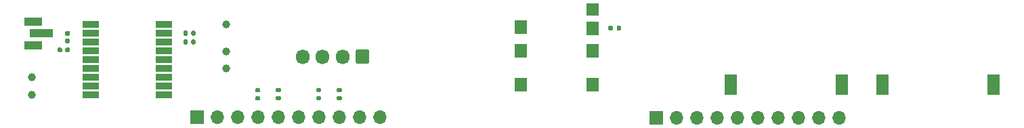
<source format=gbr>
%TF.GenerationSoftware,KiCad,Pcbnew,(5.1.6)-1*%
%TF.CreationDate,2020-11-03T20:55:32+09:00*%
%TF.ProjectId,FlightComputer-Extra,466c6967-6874-4436-9f6d-70757465722d,rev?*%
%TF.SameCoordinates,Original*%
%TF.FileFunction,Soldermask,Top*%
%TF.FilePolarity,Negative*%
%FSLAX46Y46*%
G04 Gerber Fmt 4.6, Leading zero omitted, Abs format (unit mm)*
G04 Created by KiCad (PCBNEW (5.1.6)-1) date 2020-11-03 20:55:32*
%MOMM*%
%LPD*%
G01*
G04 APERTURE LIST*
%ADD10O,1.700000X1.850000*%
%ADD11R,2.200000X1.000000*%
%ADD12R,3.000000X1.000000*%
%ADD13R,1.650000X1.800000*%
%ADD14R,1.650000X1.600000*%
%ADD15R,1.600000X2.500000*%
%ADD16R,2.000000X0.900000*%
%ADD17C,1.000000*%
%ADD18O,1.700000X1.700000*%
%ADD19R,1.700000X1.700000*%
G04 APERTURE END LIST*
D10*
%TO.C,J5*%
X113000000Y-88800000D03*
X115500000Y-88800000D03*
X118000000Y-88800000D03*
G36*
G01*
X121350000Y-88125000D02*
X121350000Y-89475000D01*
G75*
G02*
X121100000Y-89725000I-250000J0D01*
G01*
X119900000Y-89725000D01*
G75*
G02*
X119650000Y-89475000I0J250000D01*
G01*
X119650000Y-88125000D01*
G75*
G02*
X119900000Y-87875000I250000J0D01*
G01*
X121100000Y-87875000D01*
G75*
G02*
X121350000Y-88125000I0J-250000D01*
G01*
G37*
%TD*%
D11*
%TO.C,J4*%
X79330000Y-87410000D03*
X79330000Y-84410000D03*
D12*
X80330000Y-85910000D03*
%TD*%
D13*
%TO.C,J1*%
X140300000Y-92300000D03*
X140300000Y-88100000D03*
X140300000Y-85100000D03*
X149300000Y-92300000D03*
X149300000Y-88100000D03*
X149300000Y-85250000D03*
D14*
X149300000Y-82900000D03*
%TD*%
D15*
%TO.C,LS2*%
X199400000Y-92350000D03*
X185500000Y-92350000D03*
%TD*%
%TO.C,LS1*%
X180425000Y-92350000D03*
X166525000Y-92350000D03*
%TD*%
%TO.C,C3*%
G36*
G01*
X98670000Y-85720000D02*
X98670000Y-86060000D01*
G75*
G02*
X98530000Y-86200000I-140000J0D01*
G01*
X98250000Y-86200000D01*
G75*
G02*
X98110000Y-86060000I0J140000D01*
G01*
X98110000Y-85720000D01*
G75*
G02*
X98250000Y-85580000I140000J0D01*
G01*
X98530000Y-85580000D01*
G75*
G02*
X98670000Y-85720000I0J-140000D01*
G01*
G37*
G36*
G01*
X99630000Y-85720000D02*
X99630000Y-86060000D01*
G75*
G02*
X99490000Y-86200000I-140000J0D01*
G01*
X99210000Y-86200000D01*
G75*
G02*
X99070000Y-86060000I0J140000D01*
G01*
X99070000Y-85720000D01*
G75*
G02*
X99210000Y-85580000I140000J0D01*
G01*
X99490000Y-85580000D01*
G75*
G02*
X99630000Y-85720000I0J-140000D01*
G01*
G37*
%TD*%
D16*
%TO.C,U1*%
X95700000Y-84800000D03*
X86500000Y-84800000D03*
X95700000Y-85900000D03*
X86500000Y-85900000D03*
X95700000Y-87000000D03*
X86500000Y-87000000D03*
X95700000Y-88100000D03*
X86500000Y-88100000D03*
X95700000Y-89200000D03*
X86500000Y-89200000D03*
X95700000Y-90300000D03*
X86500000Y-90300000D03*
X95700000Y-91400000D03*
X86500000Y-91400000D03*
X95700000Y-92500000D03*
X86500000Y-92500000D03*
X95700000Y-93600000D03*
X86500000Y-93600000D03*
%TD*%
D17*
%TO.C,TP5*%
X103500000Y-90300000D03*
%TD*%
%TO.C,TP4*%
X103500000Y-88200000D03*
%TD*%
%TO.C,TP3*%
X103500000Y-84800000D03*
%TD*%
%TO.C,TP2*%
X79200000Y-91400000D03*
%TD*%
%TO.C,TP1*%
X79200000Y-93600000D03*
%TD*%
%TO.C,R5*%
G36*
G01*
X117415000Y-93740000D02*
X117785000Y-93740000D01*
G75*
G02*
X117920000Y-93875000I0J-135000D01*
G01*
X117920000Y-94145000D01*
G75*
G02*
X117785000Y-94280000I-135000J0D01*
G01*
X117415000Y-94280000D01*
G75*
G02*
X117280000Y-94145000I0J135000D01*
G01*
X117280000Y-93875000D01*
G75*
G02*
X117415000Y-93740000I135000J0D01*
G01*
G37*
G36*
G01*
X117415000Y-92720000D02*
X117785000Y-92720000D01*
G75*
G02*
X117920000Y-92855000I0J-135000D01*
G01*
X117920000Y-93125000D01*
G75*
G02*
X117785000Y-93260000I-135000J0D01*
G01*
X117415000Y-93260000D01*
G75*
G02*
X117280000Y-93125000I0J135000D01*
G01*
X117280000Y-92855000D01*
G75*
G02*
X117415000Y-92720000I135000J0D01*
G01*
G37*
%TD*%
%TO.C,R4*%
G36*
G01*
X114835000Y-93740000D02*
X115205000Y-93740000D01*
G75*
G02*
X115340000Y-93875000I0J-135000D01*
G01*
X115340000Y-94145000D01*
G75*
G02*
X115205000Y-94280000I-135000J0D01*
G01*
X114835000Y-94280000D01*
G75*
G02*
X114700000Y-94145000I0J135000D01*
G01*
X114700000Y-93875000D01*
G75*
G02*
X114835000Y-93740000I135000J0D01*
G01*
G37*
G36*
G01*
X114835000Y-92720000D02*
X115205000Y-92720000D01*
G75*
G02*
X115340000Y-92855000I0J-135000D01*
G01*
X115340000Y-93125000D01*
G75*
G02*
X115205000Y-93260000I-135000J0D01*
G01*
X114835000Y-93260000D01*
G75*
G02*
X114700000Y-93125000I0J135000D01*
G01*
X114700000Y-92855000D01*
G75*
G02*
X114835000Y-92720000I135000J0D01*
G01*
G37*
%TD*%
%TO.C,R3*%
G36*
G01*
X107585000Y-93280000D02*
X107215000Y-93280000D01*
G75*
G02*
X107080000Y-93145000I0J135000D01*
G01*
X107080000Y-92875000D01*
G75*
G02*
X107215000Y-92740000I135000J0D01*
G01*
X107585000Y-92740000D01*
G75*
G02*
X107720000Y-92875000I0J-135000D01*
G01*
X107720000Y-93145000D01*
G75*
G02*
X107585000Y-93280000I-135000J0D01*
G01*
G37*
G36*
G01*
X107585000Y-94300000D02*
X107215000Y-94300000D01*
G75*
G02*
X107080000Y-94165000I0J135000D01*
G01*
X107080000Y-93895000D01*
G75*
G02*
X107215000Y-93760000I135000J0D01*
G01*
X107585000Y-93760000D01*
G75*
G02*
X107720000Y-93895000I0J-135000D01*
G01*
X107720000Y-94165000D01*
G75*
G02*
X107585000Y-94300000I-135000J0D01*
G01*
G37*
%TD*%
%TO.C,R2*%
G36*
G01*
X110155000Y-93260000D02*
X109785000Y-93260000D01*
G75*
G02*
X109650000Y-93125000I0J135000D01*
G01*
X109650000Y-92855000D01*
G75*
G02*
X109785000Y-92720000I135000J0D01*
G01*
X110155000Y-92720000D01*
G75*
G02*
X110290000Y-92855000I0J-135000D01*
G01*
X110290000Y-93125000D01*
G75*
G02*
X110155000Y-93260000I-135000J0D01*
G01*
G37*
G36*
G01*
X110155000Y-94280000D02*
X109785000Y-94280000D01*
G75*
G02*
X109650000Y-94145000I0J135000D01*
G01*
X109650000Y-93875000D01*
G75*
G02*
X109785000Y-93740000I135000J0D01*
G01*
X110155000Y-93740000D01*
G75*
G02*
X110290000Y-93875000I0J-135000D01*
G01*
X110290000Y-94145000D01*
G75*
G02*
X110155000Y-94280000I-135000J0D01*
G01*
G37*
%TD*%
%TO.C,R1*%
G36*
G01*
X151790000Y-85055000D02*
X151790000Y-85425000D01*
G75*
G02*
X151655000Y-85560000I-135000J0D01*
G01*
X151385000Y-85560000D01*
G75*
G02*
X151250000Y-85425000I0J135000D01*
G01*
X151250000Y-85055000D01*
G75*
G02*
X151385000Y-84920000I135000J0D01*
G01*
X151655000Y-84920000D01*
G75*
G02*
X151790000Y-85055000I0J-135000D01*
G01*
G37*
G36*
G01*
X152810000Y-85055000D02*
X152810000Y-85425000D01*
G75*
G02*
X152675000Y-85560000I-135000J0D01*
G01*
X152405000Y-85560000D01*
G75*
G02*
X152270000Y-85425000I0J135000D01*
G01*
X152270000Y-85055000D01*
G75*
G02*
X152405000Y-84920000I135000J0D01*
G01*
X152675000Y-84920000D01*
G75*
G02*
X152810000Y-85055000I0J-135000D01*
G01*
G37*
%TD*%
%TO.C,L1*%
G36*
G01*
X83792500Y-86190000D02*
X83447500Y-86190000D01*
G75*
G02*
X83300000Y-86042500I0J147500D01*
G01*
X83300000Y-85747500D01*
G75*
G02*
X83447500Y-85600000I147500J0D01*
G01*
X83792500Y-85600000D01*
G75*
G02*
X83940000Y-85747500I0J-147500D01*
G01*
X83940000Y-86042500D01*
G75*
G02*
X83792500Y-86190000I-147500J0D01*
G01*
G37*
G36*
G01*
X83792500Y-87160000D02*
X83447500Y-87160000D01*
G75*
G02*
X83300000Y-87012500I0J147500D01*
G01*
X83300000Y-86717500D01*
G75*
G02*
X83447500Y-86570000I147500J0D01*
G01*
X83792500Y-86570000D01*
G75*
G02*
X83940000Y-86717500I0J-147500D01*
G01*
X83940000Y-87012500D01*
G75*
G02*
X83792500Y-87160000I-147500J0D01*
G01*
G37*
%TD*%
D18*
%TO.C,J3*%
X122660000Y-96400000D03*
X120120000Y-96400000D03*
X117580000Y-96400000D03*
X115040000Y-96400000D03*
X112500000Y-96400000D03*
X109960000Y-96400000D03*
X107420000Y-96400000D03*
X104880000Y-96400000D03*
X102340000Y-96400000D03*
D19*
X99800000Y-96400000D03*
%TD*%
D18*
%TO.C,J2*%
X180060000Y-96500000D03*
X177520000Y-96500000D03*
X174980000Y-96500000D03*
X172440000Y-96500000D03*
X169900000Y-96500000D03*
X167360000Y-96500000D03*
X164820000Y-96500000D03*
X162280000Y-96500000D03*
X159740000Y-96500000D03*
D19*
X157200000Y-96500000D03*
%TD*%
%TO.C,C2*%
G36*
G01*
X98670000Y-86800000D02*
X98670000Y-87140000D01*
G75*
G02*
X98530000Y-87280000I-140000J0D01*
G01*
X98250000Y-87280000D01*
G75*
G02*
X98110000Y-87140000I0J140000D01*
G01*
X98110000Y-86800000D01*
G75*
G02*
X98250000Y-86660000I140000J0D01*
G01*
X98530000Y-86660000D01*
G75*
G02*
X98670000Y-86800000I0J-140000D01*
G01*
G37*
G36*
G01*
X99630000Y-86800000D02*
X99630000Y-87140000D01*
G75*
G02*
X99490000Y-87280000I-140000J0D01*
G01*
X99210000Y-87280000D01*
G75*
G02*
X99070000Y-87140000I0J140000D01*
G01*
X99070000Y-86800000D01*
G75*
G02*
X99210000Y-86660000I140000J0D01*
G01*
X99490000Y-86660000D01*
G75*
G02*
X99630000Y-86800000I0J-140000D01*
G01*
G37*
%TD*%
%TO.C,C1*%
G36*
G01*
X83340000Y-88150000D02*
X83340000Y-87810000D01*
G75*
G02*
X83480000Y-87670000I140000J0D01*
G01*
X83760000Y-87670000D01*
G75*
G02*
X83900000Y-87810000I0J-140000D01*
G01*
X83900000Y-88150000D01*
G75*
G02*
X83760000Y-88290000I-140000J0D01*
G01*
X83480000Y-88290000D01*
G75*
G02*
X83340000Y-88150000I0J140000D01*
G01*
G37*
G36*
G01*
X82380000Y-88150000D02*
X82380000Y-87810000D01*
G75*
G02*
X82520000Y-87670000I140000J0D01*
G01*
X82800000Y-87670000D01*
G75*
G02*
X82940000Y-87810000I0J-140000D01*
G01*
X82940000Y-88150000D01*
G75*
G02*
X82800000Y-88290000I-140000J0D01*
G01*
X82520000Y-88290000D01*
G75*
G02*
X82380000Y-88150000I0J140000D01*
G01*
G37*
%TD*%
M02*

</source>
